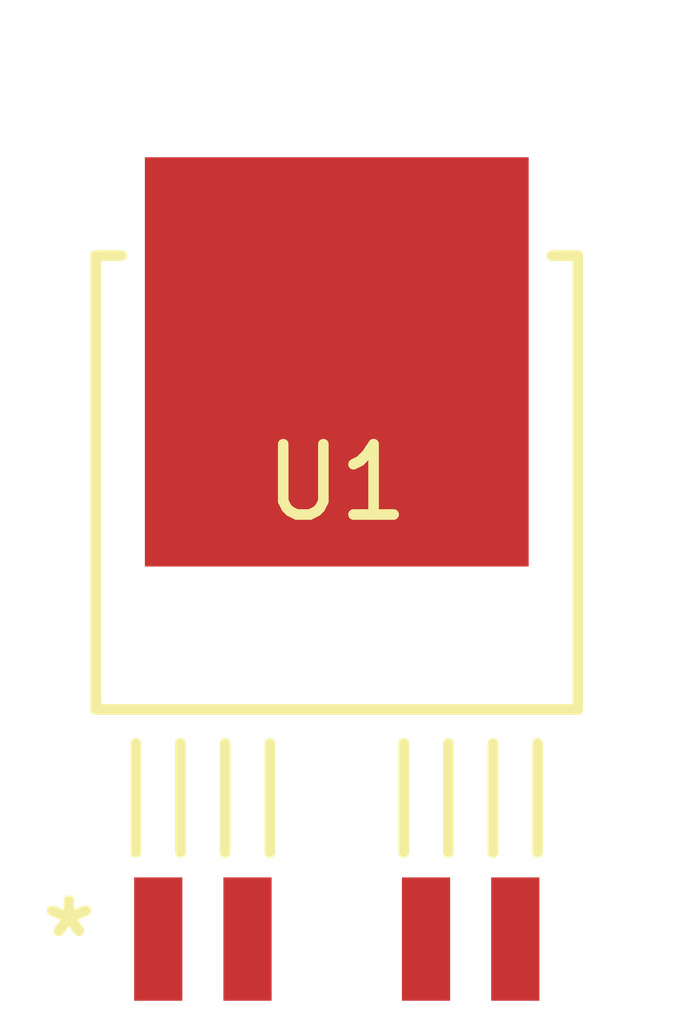
<source format=kicad_pcb>
(kicad_pcb (version 20240108) (generator "pcbnew") (generator_version "8.0")
  (layers (0 "F.Cu" signal) (31 "B.Cu" signal) (34 "B.Paste" user) (35 "F.Paste" user) (36 "B.SilkS" user "B.Silkscreen") (37 "F.SilkS" user "F.Silkscreen") (38 "B.Mask" user) (39 "F.Mask" user) (44 "Edge.Cuts" user))
  (net 0 "")
  (net 2 "Earth")
  (net 4 "+5V")
  (footprint "LF33CPT-TR:PPAK_CPT-TR_STM" (layer "F.Cu") (at 61.96 68.0103)
    (property "Reference" "U1" (at 0 0 0) (layer "F.SilkS"))
    (property "Value" "LF33CPT-TR")
    (fp_line (start -3.429 -3.2258) (end -3.429 3.2258) (stroke (width 0.1524)) (layer "F.SilkS"))
    (fp_line (start -3.429 3.2258) (end 3.429 3.2258) (stroke (width 0.1524)) (layer "F.SilkS"))
    (fp_line (start -3.06324 -3.2258) (end -3.429 -3.2258) (stroke (width 0.1524)) (layer "F.SilkS"))
    (fp_line (start -2.8575 3.7084) (end -2.8575 5.2578) (stroke (width 0.1524)) (layer "F.SilkS"))
    (fp_line (start -2.2225 3.7084) (end -2.2225 5.2578) (stroke (width 0.1524)) (layer "F.SilkS"))
    (fp_line (start -1.5875 3.7084) (end -1.5875 5.2578) (stroke (width 0.1524)) (layer "F.SilkS"))
    (fp_line (start -0.9525 3.7084) (end -0.9525 5.2578) (stroke (width 0.1524)) (layer "F.SilkS"))
    (fp_line (start 0.9525 3.7084) (end 0.9525 5.2578) (stroke (width 0.1524)) (layer "F.SilkS"))
    (fp_line (start 1.5875 3.7084) (end 1.5875 5.2578) (stroke (width 0.1524)) (layer "F.SilkS"))
    (fp_line (start 2.2225 3.7084) (end 2.2225 5.2578) (stroke (width 0.1524)) (layer "F.SilkS"))
    (fp_line (start 2.8575 3.7084) (end 2.8575 5.2578) (stroke (width 0.1524)) (layer "F.SilkS"))
    (fp_line (start 3.429 -3.2258) (end 3.06324 -3.2258) (stroke (width 0.1524)) (layer "F.SilkS"))
    (fp_line (start 3.429 3.2258) (end 3.429 -3.2258) (stroke (width 0.1524)) (layer "F.SilkS"))
    (fp_text user "*" (at -3.81 6.4897 0) (layer "F.SilkS"))
    (fp_text user "*" (at -3.81 6.4897 0) (layer "F.SilkS"))
    (pad "1" smd rect (at -2.54 6.4897) (size 0.6858 1.7526) (layers "F.Cu" "F.Paste" "F.Mask") (net 4 "+5V"))
    (pad "2" smd rect (at -1.27 6.4897) (size 0.6858 1.7526) (layers "F.Cu" "F.Paste" "F.Mask"))
    (pad "3" smd rect (at 0 -1.7145) (size 5.461 5.8166) (layers "F.Cu" "F.Paste" "F.Mask") (net 2 "Earth"))
    (pad "4" smd rect (at 1.27 6.4897) (size 0.6858 1.7526) (layers "F.Cu" "F.Paste" "F.Mask"))
    (pad "5" smd rect (at 2.54 6.4897) (size 0.6858 1.7526) (layers "F.Cu" "F.Paste" "F.Mask") (net 4 "+5V"))
  )
)
</source>
